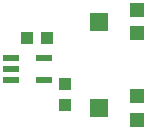
<source format=gbr>
G04 EAGLE Gerber RS-274X export*
G75*
%MOMM*%
%FSLAX34Y34*%
%LPD*%
%AMOC8*
5,1,8,0,0,1.08239X$1,22.5*%
G01*
%ADD10R,1.320800X0.558800*%
%ADD11R,1.000000X1.100000*%
%ADD12R,1.080000X1.050000*%
%ADD13R,1.200000X1.200000*%
%ADD14R,1.500000X1.600000*%


D10*
X37022Y17348D03*
X37022Y7950D03*
X37022Y-1448D03*
X64454Y-1448D03*
X64454Y17348D03*
D11*
X67048Y34130D03*
X50048Y34130D03*
D12*
X82708Y-5170D03*
X82708Y-22670D03*
D13*
X143375Y37875D03*
X143375Y57875D03*
D14*
X110875Y47875D03*
D13*
X143500Y-35250D03*
X143500Y-15250D03*
D14*
X111000Y-25250D03*
M02*

</source>
